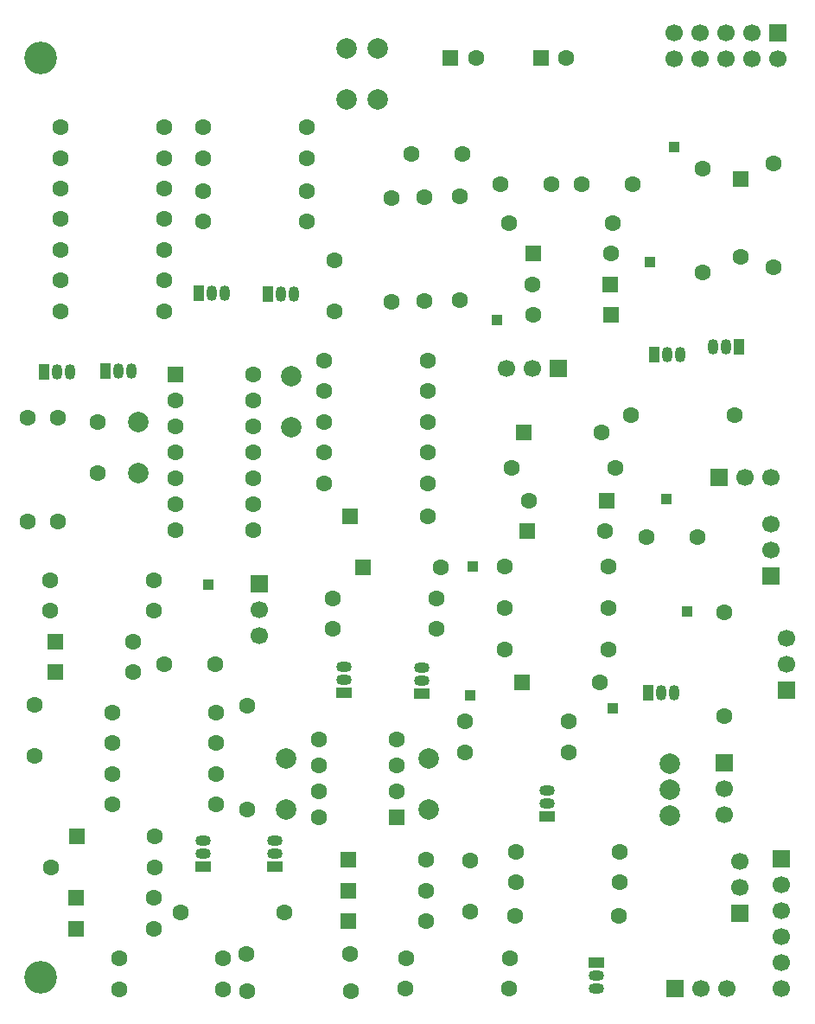
<source format=gbr>
%TF.GenerationSoftware,KiCad,Pcbnew,9.0.5*%
%TF.CreationDate,2025-10-12T14:47:24+02:00*%
%TF.ProjectId,11_fm_drum,31315f66-6d5f-4647-9275-6d2e6b696361,rev?*%
%TF.SameCoordinates,Original*%
%TF.FileFunction,Soldermask,Top*%
%TF.FilePolarity,Negative*%
%FSLAX46Y46*%
G04 Gerber Fmt 4.6, Leading zero omitted, Abs format (unit mm)*
G04 Created by KiCad (PCBNEW 9.0.5) date 2025-10-12 14:47:24*
%MOMM*%
%LPD*%
G01*
G04 APERTURE LIST*
G04 Aperture macros list*
%AMRoundRect*
0 Rectangle with rounded corners*
0 $1 Rounding radius*
0 $2 $3 $4 $5 $6 $7 $8 $9 X,Y pos of 4 corners*
0 Add a 4 corners polygon primitive as box body*
4,1,4,$2,$3,$4,$5,$6,$7,$8,$9,$2,$3,0*
0 Add four circle primitives for the rounded corners*
1,1,$1+$1,$2,$3*
1,1,$1+$1,$4,$5*
1,1,$1+$1,$6,$7*
1,1,$1+$1,$8,$9*
0 Add four rect primitives between the rounded corners*
20,1,$1+$1,$2,$3,$4,$5,0*
20,1,$1+$1,$4,$5,$6,$7,0*
20,1,$1+$1,$6,$7,$8,$9,0*
20,1,$1+$1,$8,$9,$2,$3,0*%
G04 Aperture macros list end*
%ADD10C,1.600000*%
%ADD11C,3.200000*%
%ADD12O,1.500000X1.050000*%
%ADD13R,1.500000X1.050000*%
%ADD14RoundRect,0.250000X-0.550000X-0.550000X0.550000X-0.550000X0.550000X0.550000X-0.550000X0.550000X0*%
%ADD15C,1.700000*%
%ADD16R,1.700000X1.700000*%
%ADD17R,1.000000X1.000000*%
%ADD18O,1.050000X1.500000*%
%ADD19R,1.050000X1.500000*%
%ADD20C,2.000000*%
%ADD21RoundRect,0.250000X0.550000X0.550000X-0.550000X0.550000X-0.550000X-0.550000X0.550000X-0.550000X0*%
%ADD22RoundRect,0.250000X-0.550000X0.550000X-0.550000X-0.550000X0.550000X-0.550000X0.550000X0.550000X0*%
G04 APERTURE END LIST*
D10*
%TO.C,C14*%
X177040000Y-38360000D03*
X182040000Y-38360000D03*
%TD*%
%TO.C,C12*%
X165350000Y-35360000D03*
X160350000Y-35360000D03*
%TD*%
D11*
%TO.C,H2*%
X124000000Y-116000000D03*
%TD*%
D12*
%TO.C,Q1*%
X139918000Y-102616000D03*
X139918000Y-103886000D03*
D13*
X139918000Y-105156000D03*
%TD*%
D10*
%TO.C,C2*%
X166678600Y-26000000D03*
D14*
X164178600Y-26000000D03*
%TD*%
D10*
%TO.C,R29*%
X136080000Y-47750000D03*
X125920000Y-47750000D03*
%TD*%
%TO.C,C1*%
X123412000Y-94290000D03*
X123412000Y-89290000D03*
%TD*%
%TO.C,R21*%
X195800000Y-46445000D03*
X195800000Y-36285000D03*
%TD*%
%TO.C,R41*%
X161925000Y-67595000D03*
X151765000Y-67595000D03*
%TD*%
D15*
%TO.C,RV1*%
X191008000Y-100076000D03*
X191008000Y-97536000D03*
D16*
X191008000Y-94996000D03*
%TD*%
D12*
%TO.C,Q13*%
X178456000Y-117094000D03*
X178456000Y-115824000D03*
D13*
X178456000Y-114554000D03*
%TD*%
D17*
%TO.C,TP4*%
X166306700Y-75718100D03*
%TD*%
D14*
%TO.C,D1*%
X125476000Y-83106000D03*
D10*
X133096000Y-83106000D03*
%TD*%
%TO.C,R33*%
X144272000Y-89408000D03*
X144272000Y-99568000D03*
%TD*%
%TO.C,R50*%
X139920000Y-35750000D03*
X150080000Y-35750000D03*
%TD*%
D18*
%TO.C,Q6*%
X132875000Y-56610000D03*
X131605000Y-56610000D03*
D19*
X130335000Y-56610000D03*
%TD*%
D15*
%TO.C,RV7*%
X191262000Y-117094000D03*
X188722000Y-117094000D03*
D16*
X186182000Y-117094000D03*
%TD*%
D10*
%TO.C,D4*%
X135122000Y-111188000D03*
D14*
X127502000Y-111188000D03*
%TD*%
D10*
%TO.C,C17*%
X152830000Y-45750000D03*
X152830000Y-50750000D03*
%TD*%
%TO.C,R6*%
X135202000Y-105188000D03*
X125042000Y-105188000D03*
%TD*%
D18*
%TO.C,Q11*%
X148850000Y-49110000D03*
X147580000Y-49110000D03*
D19*
X146310000Y-49110000D03*
%TD*%
D20*
%TO.C,C8*%
X148595000Y-62095000D03*
X148595000Y-57095000D03*
%TD*%
D10*
%TO.C,R10*%
X131726000Y-114140000D03*
X141886000Y-114140000D03*
%TD*%
%TO.C,C4*%
X141149200Y-85321000D03*
X136149200Y-85321000D03*
%TD*%
%TO.C,R7*%
X192024000Y-60960000D03*
X181864000Y-60960000D03*
%TD*%
%TO.C,R44*%
X139920000Y-39000000D03*
X150080000Y-39000000D03*
%TD*%
D17*
%TO.C,TP9*%
X168750600Y-51593900D03*
%TD*%
D20*
%TO.C,C10*%
X162052000Y-94528000D03*
X162052000Y-99528000D03*
%TD*%
D10*
%TO.C,R22*%
X125920000Y-32750000D03*
X136080000Y-32750000D03*
%TD*%
%TO.C,R37*%
X180768000Y-103662000D03*
X170608000Y-103662000D03*
%TD*%
%TO.C,R3*%
X135096000Y-77106000D03*
X124936000Y-77106000D03*
%TD*%
%TO.C,C11*%
X188355000Y-72860000D03*
X183355000Y-72860000D03*
%TD*%
%TO.C,R18*%
X162765000Y-81840000D03*
X152605000Y-81840000D03*
%TD*%
%TO.C,C15*%
X174040000Y-38360000D03*
X169040000Y-38360000D03*
%TD*%
D17*
%TO.C,TP7*%
X166116000Y-88392000D03*
%TD*%
D10*
%TO.C,R42*%
X175768000Y-93932000D03*
X165608000Y-93932000D03*
%TD*%
%TO.C,R34*%
X188850000Y-46940000D03*
X188850000Y-36780000D03*
%TD*%
%TO.C,R39*%
X150080000Y-42000000D03*
X139920000Y-42000000D03*
%TD*%
%TO.C,R43*%
X169926000Y-117094000D03*
X159766000Y-117094000D03*
%TD*%
%TO.C,C3*%
X175500000Y-26000000D03*
D14*
X173000000Y-26000000D03*
%TD*%
D10*
%TO.C,D2*%
X135202000Y-102188000D03*
D14*
X127582000Y-102188000D03*
%TD*%
D10*
%TO.C,D7*%
X163225000Y-75840000D03*
D14*
X155605000Y-75840000D03*
%TD*%
D10*
%TO.C,R4*%
X131064000Y-90060000D03*
X141224000Y-90060000D03*
%TD*%
%TO.C,R13*%
X179605000Y-79810000D03*
X169445000Y-79810000D03*
%TD*%
%TO.C,R31*%
X161600000Y-49770000D03*
X161600000Y-39610000D03*
%TD*%
%TO.C,R52*%
X154352000Y-113696000D03*
X144192000Y-113696000D03*
%TD*%
D15*
%TO.C,SW2*%
X169672000Y-56388000D03*
X172212000Y-56388000D03*
D16*
X174752000Y-56388000D03*
%TD*%
D10*
%TO.C,D3*%
X135122000Y-108188000D03*
D14*
X127502000Y-108188000D03*
%TD*%
D10*
%TO.C,R11*%
X147902000Y-109616000D03*
X137742000Y-109616000D03*
%TD*%
D20*
%TO.C,C9*%
X148052000Y-94528000D03*
X148052000Y-99528000D03*
%TD*%
D10*
%TO.C,R28*%
X180040000Y-42110000D03*
X169880000Y-42110000D03*
%TD*%
%TO.C,R9*%
X135096000Y-80106000D03*
X124936000Y-80106000D03*
%TD*%
D12*
%TO.C,Q12*%
X173608000Y-97662000D03*
X173608000Y-98932000D03*
D13*
X173608000Y-100202000D03*
%TD*%
D10*
%TO.C,D15*%
X161905000Y-70845000D03*
D14*
X154285000Y-70845000D03*
%TD*%
D18*
%TO.C,Q7*%
X186690000Y-54970000D03*
X185420000Y-54970000D03*
D19*
X184150000Y-54970000D03*
%TD*%
D10*
%TO.C,R5*%
X141224000Y-99060000D03*
X131064000Y-99060000D03*
%TD*%
%TO.C,D6*%
X178775000Y-87060000D03*
D14*
X171155000Y-87060000D03*
%TD*%
D10*
%TO.C,R49*%
X170006000Y-114094000D03*
X159846000Y-114094000D03*
%TD*%
%TO.C,D16*%
X161801000Y-104486000D03*
D14*
X154181000Y-104486000D03*
%TD*%
D10*
%TO.C,R48*%
X170528000Y-109932000D03*
X180688000Y-109932000D03*
%TD*%
%TO.C,R32*%
X125920000Y-44750000D03*
X136080000Y-44750000D03*
%TD*%
%TO.C,R30*%
X158350000Y-49860000D03*
X158350000Y-39700000D03*
%TD*%
%TO.C,D10*%
X179335000Y-72310000D03*
D14*
X171715000Y-72310000D03*
%TD*%
D10*
%TO.C,R2*%
X141224000Y-96060000D03*
X131064000Y-96060000D03*
%TD*%
%TO.C,D18*%
X161801000Y-110486000D03*
D14*
X154181000Y-110486000D03*
%TD*%
D17*
%TO.C,TP8*%
X185335000Y-69180000D03*
%TD*%
D10*
%TO.C,R17*%
X191008000Y-80264000D03*
X191008000Y-90424000D03*
%TD*%
%TO.C,R35*%
X161925000Y-61595000D03*
X151765000Y-61595000D03*
%TD*%
%TO.C,D9*%
X171835000Y-69310000D03*
D21*
X179455000Y-69310000D03*
%TD*%
D17*
%TO.C,TP10*%
X180090100Y-89659300D03*
%TD*%
D15*
%TO.C,RV2*%
X192532000Y-104648000D03*
X192532000Y-107188000D03*
D16*
X192532000Y-109728000D03*
%TD*%
D14*
%TO.C,D5*%
X125476000Y-86106000D03*
D10*
X133096000Y-86106000D03*
%TD*%
D12*
%TO.C,Q5*%
X161335000Y-85640000D03*
X161335000Y-86910000D03*
D13*
X161335000Y-88180000D03*
%TD*%
D10*
%TO.C,R1*%
X131064000Y-93060000D03*
X141224000Y-93060000D03*
%TD*%
D12*
%TO.C,Q2*%
X146918000Y-102616000D03*
X146918000Y-103886000D03*
D13*
X146918000Y-105156000D03*
%TD*%
D18*
%TO.C,Q9*%
X189865000Y-54250000D03*
X191135000Y-54250000D03*
D19*
X192405000Y-54250000D03*
%TD*%
D10*
%TO.C,R47*%
X150080000Y-32750000D03*
X139920000Y-32750000D03*
%TD*%
%TO.C,R23*%
X122730000Y-61214000D03*
X122730000Y-71374000D03*
%TD*%
%TO.C,R8*%
X131726000Y-117140000D03*
X141886000Y-117140000D03*
%TD*%
D15*
%TO.C,RV3*%
X195580000Y-67056000D03*
X193040000Y-67056000D03*
D16*
X190500000Y-67056000D03*
%TD*%
D15*
%TO.C,RV4*%
X195580000Y-71628000D03*
X195580000Y-74168000D03*
D16*
X195580000Y-76708000D03*
%TD*%
D10*
%TO.C,C13*%
X129605000Y-61610000D03*
X129605000Y-66610000D03*
%TD*%
%TO.C,R20*%
X125920000Y-38750000D03*
X136080000Y-38750000D03*
%TD*%
D17*
%TO.C,TP5*%
X187335000Y-80180000D03*
%TD*%
D10*
%TO.C,C16*%
X166119000Y-109526000D03*
X166119000Y-104526000D03*
%TD*%
D12*
%TO.C,Q3*%
X153715000Y-85590000D03*
X153715000Y-86860000D03*
D13*
X153715000Y-88130000D03*
%TD*%
D10*
%TO.C,U2*%
X144855000Y-56910000D03*
X144855000Y-59450000D03*
X144855000Y-61990000D03*
X144855000Y-64530000D03*
X144855000Y-67070000D03*
X144855000Y-69610000D03*
X144855000Y-72150000D03*
X137235000Y-72150000D03*
X137235000Y-69610000D03*
X137235000Y-67070000D03*
X137235000Y-64530000D03*
X137235000Y-61990000D03*
X137235000Y-59450000D03*
D14*
X137235000Y-56910000D03*
%TD*%
D10*
%TO.C,R27*%
X125730000Y-61214000D03*
X125730000Y-71374000D03*
%TD*%
%TO.C,R25*%
X165100000Y-49690000D03*
X165100000Y-39530000D03*
%TD*%
D18*
%TO.C,Q8*%
X126855000Y-56720000D03*
X125585000Y-56720000D03*
D19*
X124315000Y-56720000D03*
%TD*%
D10*
%TO.C,R26*%
X125920000Y-41750000D03*
X136080000Y-41750000D03*
%TD*%
%TO.C,U1*%
X151242000Y-100338000D03*
X151242000Y-97798000D03*
X151242000Y-95258000D03*
X151242000Y-92718000D03*
X158862000Y-92718000D03*
X158862000Y-95258000D03*
X158862000Y-97798000D03*
D21*
X158862000Y-100338000D03*
%TD*%
D10*
%TO.C,R12*%
X179605000Y-75760000D03*
X169445000Y-75760000D03*
%TD*%
D20*
%TO.C,C5*%
X154000000Y-30000000D03*
X154000000Y-25000000D03*
%TD*%
D10*
%TO.C,R15*%
X162765000Y-78840000D03*
X152605000Y-78840000D03*
%TD*%
%TO.C,D11*%
X179850000Y-45110000D03*
D14*
X172230000Y-45110000D03*
%TD*%
D15*
%TO.C,RV5*%
X197104000Y-82804000D03*
X197104000Y-85344000D03*
D16*
X197104000Y-87884000D03*
%TD*%
D10*
%TO.C,D8*%
X178915000Y-62610000D03*
D14*
X171295000Y-62610000D03*
%TD*%
D17*
%TO.C,TP3*%
X183734100Y-45927300D03*
%TD*%
D18*
%TO.C,Q10*%
X142080000Y-49000000D03*
X140810000Y-49000000D03*
D19*
X139540000Y-49000000D03*
%TD*%
D10*
%TO.C,D13*%
X172170000Y-48110000D03*
D21*
X179790000Y-48110000D03*
%TD*%
D18*
%TO.C,Q4*%
X186105000Y-88110000D03*
X184835000Y-88110000D03*
D19*
X183565000Y-88110000D03*
%TD*%
D17*
%TO.C,TP6*%
X186080000Y-34680000D03*
%TD*%
D15*
%TO.C,J1*%
X186055000Y-26035000D03*
X186055000Y-23495000D03*
X188595000Y-26035000D03*
X188595000Y-23495000D03*
X191135000Y-26035000D03*
X191135000Y-23495000D03*
X193675000Y-26035000D03*
X193675000Y-23495000D03*
X196215000Y-26035000D03*
D16*
X196215000Y-23495000D03*
%TD*%
D10*
%TO.C,R51*%
X154432000Y-117348000D03*
X144272000Y-117348000D03*
%TD*%
%TO.C,R14*%
X179605000Y-83860000D03*
X169445000Y-83860000D03*
%TD*%
%TO.C,D14*%
X172290000Y-51110000D03*
D21*
X179910000Y-51110000D03*
%TD*%
D20*
%TO.C,C6*%
X157000000Y-25000000D03*
X157000000Y-30000000D03*
%TD*%
D10*
%TO.C,R40*%
X180768000Y-106662000D03*
X170608000Y-106662000D03*
%TD*%
%TO.C,D12*%
X192550000Y-45425000D03*
D22*
X192550000Y-37805000D03*
%TD*%
D10*
%TO.C,R36*%
X161925000Y-64595000D03*
X151765000Y-64595000D03*
%TD*%
%TO.C,D17*%
X161801000Y-107486000D03*
D14*
X154181000Y-107486000D03*
%TD*%
D10*
%TO.C,R24*%
X136080000Y-50750000D03*
X125920000Y-50750000D03*
%TD*%
D15*
%TO.C,J2*%
X196596000Y-117094000D03*
X196596000Y-114554000D03*
X196596000Y-112014000D03*
X196596000Y-109474000D03*
X196596000Y-106934000D03*
D16*
X196596000Y-104394000D03*
%TD*%
D10*
%TO.C,R38*%
X161925000Y-58595000D03*
X151765000Y-58595000D03*
%TD*%
%TO.C,R19*%
X125920000Y-35750000D03*
X136080000Y-35750000D03*
%TD*%
D15*
%TO.C,SW1*%
X145415000Y-82550000D03*
X145415000Y-80010000D03*
D16*
X145415000Y-77470000D03*
%TD*%
D10*
%TO.C,R16*%
X180275000Y-66060000D03*
X170115000Y-66060000D03*
%TD*%
%TO.C,R46*%
X161925000Y-55595000D03*
X151765000Y-55595000D03*
%TD*%
D17*
%TO.C,TP2*%
X140419800Y-77555900D03*
%TD*%
D10*
%TO.C,R45*%
X175768000Y-90932000D03*
X165608000Y-90932000D03*
%TD*%
D20*
%TO.C,RV6*%
X185605000Y-95030000D03*
X185605000Y-97570000D03*
X185605000Y-100110000D03*
%TD*%
D11*
%TO.C,H1*%
X124000000Y-26000000D03*
%TD*%
D20*
%TO.C,C7*%
X133605000Y-61610000D03*
X133605000Y-66610000D03*
%TD*%
M02*

</source>
